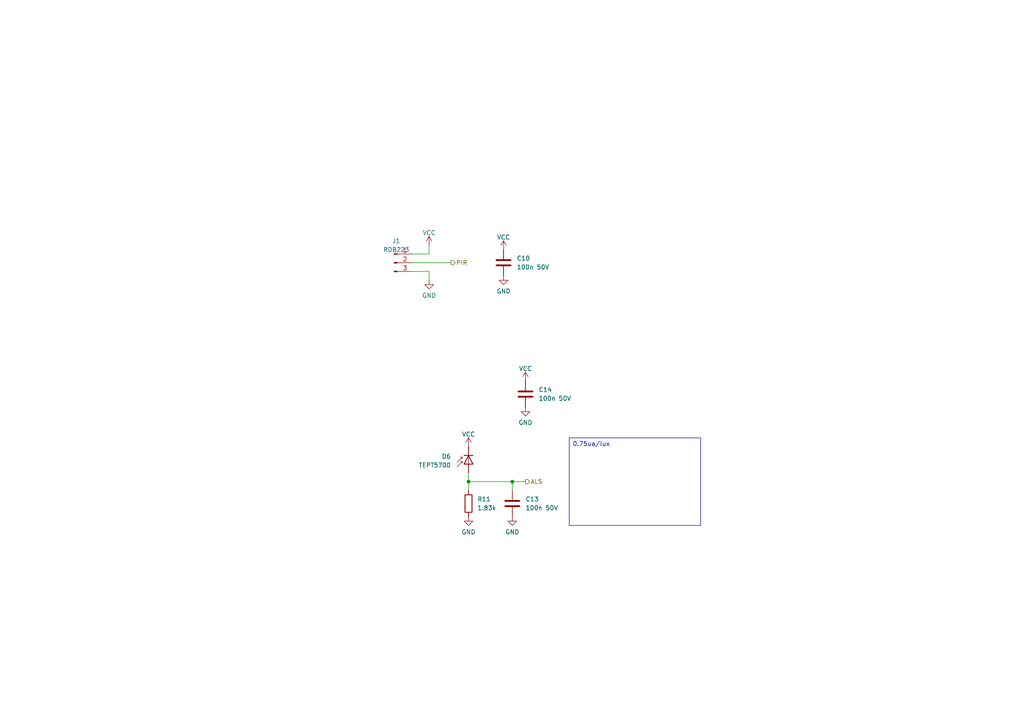
<source format=kicad_sch>
(kicad_sch (version 20231120) (generator "eeschema") (generator_version "8.0")
  (paper "A4")
  (lib_symbols
    (symbol "Connector:Conn_01x03_Male" (pin_names (offset 1.016) hide)
      (property "Reference" "J" (at 0 5.08 0))
      (property "Value" "Conn_01x03_Male" (at 0 -5.08 0))
      (symbol "Conn_01x03_Male_1_1"
        (polyline (pts (xy 1.27 -2.54) (xy 0.8636 -2.54)) (stroke (width 0.1524)))
        (polyline (pts (xy 1.27 0) (xy 0.8636 0)) (stroke (width 0.1524)))
        (polyline (pts (xy 1.27 2.54) (xy 0.8636 2.54)) (stroke (width 0.1524)))
        (rectangle (start 0.8636 -2.413) (end 0 -2.667) (stroke (width 0.1524)) (fill (type outline)))
        (rectangle (start 0.8636 0.127) (end 0 -0.127) (stroke (width 0.1524)) (fill (type outline)))
        (rectangle (start 0.8636 2.667) (end 0 2.413) (stroke (width 0.1524)) (fill (type outline)))
        (pin passive line (at 5.08 2.54 180) (length 3.81) (name "Pin_1") (number "1"))
        (pin passive line (at 5.08 0 180) (length 3.81) (name "Pin_2") (number "2"))
        (pin passive line (at 5.08 -2.54 180) (length 3.81) (name "Pin_3") (number "3"))
      )
    )
    (symbol "Device:C" (pin_numbers hide) (pin_names (offset 0.254))
      (property "Reference" "C" (at 0.635 2.54 0))
      (property "Value" "C" (at 0.635 -2.54 0))
      (symbol "C_0_1"
        (polyline (pts (xy -2.032 -0.762) (xy 2.032 -0.762)) (stroke (width 0.508)))
        (polyline (pts (xy -2.032 0.762) (xy 2.032 0.762)) (stroke (width 0.508)))
      )
      (symbol "C_1_1"
        (pin passive line (at 0 3.81 270) (length 2.794) (name "~") (number "1"))
        (pin passive line (at 0 -3.81 90) (length 2.794) (name "~") (number "2"))
      )
    )
    (symbol "Device:D_Photo" (pin_numbers hide) (pin_names hide)
      (property "Reference" "D" (at 0.508 1.778 0))
      (property "Value" "D_Photo" (at -1.016 -2.794 0))
      (symbol "D_Photo_0_1"
        (polyline (pts (xy -2.54 1.27) (xy -2.54 -1.27)) (stroke (width 0.254)))
        (polyline (pts (xy -2.032 1.778) (xy -1.524 1.778)))
        (polyline (pts (xy 0 0) (xy -2.54 0)))
        (polyline (pts (xy -0.508 3.302) (xy -2.032 1.778) (xy -2.032 2.286)))
        (polyline (pts (xy 0 -1.27) (xy 0 1.27) (xy -2.54 0) (xy 0 -1.27)) (stroke (width 0.254)))
        (polyline (pts (xy 0.762 3.302) (xy -0.762 1.778) (xy -0.762 2.286) (xy -0.762 1.778) (xy -0.254 1.778)))
      )
      (symbol "D_Photo_1_1"
        (pin passive line (at -5.08 0 0) (length 2.54) (name "K") (number "1"))
        (pin passive line (at 2.54 0 180) (length 2.54) (name "A") (number "2"))
      )
    )
    (symbol "Device:R" (pin_numbers hide) (pin_names (offset 0))
      (property "Reference" "R" (at 2.032 0 90))
      (property "Value" "R" (at 0 0 90))
      (symbol "R_0_1"
        (rectangle (start -1.016 -2.54) (end 1.016 2.54) (stroke (width 0.254)))
      )
      (symbol "R_1_1"
        (pin passive line (at 0 3.81 270) (length 1.27) (name "~") (number "1"))
        (pin passive line (at 0 -3.81 90) (length 1.27) (name "~") (number "2"))
      )
    )
    (symbol "power:GND" (power) (pin_names (offset 0))
      (property "Value" "GND" (at 0 -3.81 0))
      (symbol "GND_0_1"
        (polyline (pts (xy 0 0) (xy 0 -1.27) (xy 1.27 -1.27) (xy 0 -2.54) (xy -1.27 -1.27) (xy 0 -1.27)))
      )
      (symbol "GND_1_1"
        (pin power_in line (at 0 0 270) (length 0) hide (name "GND") (number "1"))
      )
    )
    (symbol "power:VCC" (power) (pin_names (offset 0))
      (property "Value" "VCC" (at 0 3.81 0))
      (symbol "VCC_0_1"
        (polyline (pts (xy -0.762 1.27) (xy 0 2.54)))
        (polyline (pts (xy 0 0) (xy 0 2.54)))
        (polyline (pts (xy 0 2.54) (xy 0.762 1.27)))
      )
      (symbol "VCC_1_1"
        (pin power_in line (at 0 0 90) (length 0) hide (name "VCC") (number "1"))
      )
    )
  )
  (junction (at 148.59 139.7))
  (junction (at 135.89 139.7))
  (wire (pts (xy 135.89 139.7) (xy 135.89 142.24)))
  (wire (pts (xy 135.89 139.7) (xy 148.59 139.7)))
  (wire (pts (xy 135.89 139.7) (xy 135.89 137.16)))
  (wire (pts (xy 119.38 76.2) (xy 130.81 76.2)))
  (wire (pts (xy 148.59 139.7) (xy 148.59 142.24)))
  (wire (pts (xy 124.46 78.74) (xy 124.46 81.28)))
  (wire (pts (xy 119.38 78.74) (xy 124.46 78.74)))
  (wire (pts (xy 124.46 71.12) (xy 124.46 73.66)))
  (wire (pts (xy 119.38 73.66) (xy 124.46 73.66)))
  (wire (pts (xy 148.59 139.7) (xy 152.4 139.7)))
  (text_box "0.75ua/lux\n" (at 165.1 127 0) (size 38.1 25.4) (effects (font (size 1.27 1.27)) (justify left top)))
  (hierarchical_label "ALS" (shape output) (at 152.4 139.7 0))
  (hierarchical_label "PIR" (shape output) (at 130.81 76.2 0))
  (symbol (lib_id "power:VCC") (at 152.4 110.49 0) (unit 1)
    (property "Reference" "#PWR0133" (effects (hide yes)))
    (property "Value" "VCC" (at 152.4 106.9142 0))
  )
  (symbol (lib_id "Device:C") (at 146.05 76.2 0) (unit 1)
    (property "Reference" "C10" (at 149.86 74.93 0) (effects (justify left)))
    (property "Value" "100n 50V" (at 149.86 77.47 0) (effects (justify left)))
    (property "Footprint" "Capacitor_SMD:C_0603_1608Metric" (effects (hide yes)))
    (property "LCSC" "C14663" (effects (hide yes)))
  )
  (symbol (lib_id "Device:C") (at 152.4 114.3 0) (unit 1)
    (property "Reference" "C14" (at 156.21 113.03 0) (effects (justify left)))
    (property "Value" "100n 50V" (at 156.21 115.57 0) (effects (justify left)))
    (property "Footprint" "Capacitor_SMD:C_0603_1608Metric" (effects (hide yes)))
    (property "LCSC" "C14663" (effects (hide yes)))
  )
  (symbol (lib_id "Device:D_Photo") (at 135.89 134.62 90) (mirror x) (unit 1)
    (property "Reference" "D6" (at 130.81 132.3975 90) (effects (justify left)))
    (property "Value" "TEPT5700" (at 130.81 134.9375 90) (effects (justify left)))
    (property "Footprint" "LED_THT:LED_D3.0mm_FlatTop" (effects (hide yes)))
  )
  (symbol (lib_id "power:VCC") (at 146.05 72.39 0) (unit 1)
    (property "Reference" "#PWR0127" (effects (hide yes)))
    (property "Value" "VCC" (at 146.05 68.8142 0))
  )
  (symbol (lib_id "power:GND") (at 148.59 149.86 0) (unit 1)
    (property "Reference" "#PWR011" (effects (hide yes)))
    (property "Value" "GND" (at 148.59 154.3034 0))
  )
  (symbol (lib_id "power:GND") (at 124.46 81.28 0) (unit 1)
    (property "Reference" "#PWR0126" (effects (hide yes)))
    (property "Value" "GND" (at 124.46 85.7234 0))
  )
  (symbol (lib_id "power:VCC") (at 135.89 129.54 0) (unit 1)
    (property "Reference" "#PWR0132" (effects (hide yes)))
    (property "Value" "VCC" (at 135.89 125.9642 0))
  )
  (symbol (lib_id "Device:C") (at 148.59 146.05 180) (unit 1)
    (property "Reference" "C13" (at 152.4 144.78 0) (effects (justify right)))
    (property "Value" "100n 50V" (at 152.4 147.32 0) (effects (justify right)))
    (property "Footprint" "Capacitor_SMD:C_0603_1608Metric" (effects (hide yes)))
    (property "LCSC" "C14663" (effects (hide yes)))
  )
  (symbol (lib_id "power:GND") (at 152.4 118.11 0) (unit 1)
    (property "Reference" "#PWR0134" (effects (hide yes)))
    (property "Value" "GND" (at 152.4 122.5534 0))
  )
  (symbol (lib_id "Connector:Conn_01x03_Male") (at 114.3 76.2 0) (unit 1)
    (property "Reference" "J1" (at 114.935 69.884 0))
    (property "Value" "RDB223" (at 114.935 72.4209 0))
    (property "Footprint" "Package_TO_SOT_THT:TO-5-3_Window" (effects (hide yes)))
    (property "LCSC" "C879408" (effects (hide yes)))
  )
  (symbol (lib_id "power:GND") (at 135.89 149.86 0) (unit 1)
    (property "Reference" "#PWR012" (effects (hide yes)))
    (property "Value" "GND" (at 135.89 154.3034 0))
  )
  (symbol (lib_id "power:GND") (at 146.05 80.01 0) (unit 1)
    (property "Reference" "#PWR0128" (effects (hide yes)))
    (property "Value" "GND" (at 146.05 84.4534 0))
  )
  (symbol (lib_id "power:VCC") (at 124.46 71.12 0) (unit 1)
    (property "Reference" "#PWR0129" (effects (hide yes)))
    (property "Value" "VCC" (at 124.46 67.5442 0))
  )
  (symbol (lib_id "Device:R") (at 135.89 146.05 180) (unit 1)
    (property "Reference" "R11" (at 138.43 144.78 0) (effects (justify right)))
    (property "Value" "1.83k" (at 138.43 147.32 0) (effects (justify right)))
    (property "Footprint" "Resistor_SMD:R_0603_1608Metric" (effects (hide yes)))
  )
)
</source>
